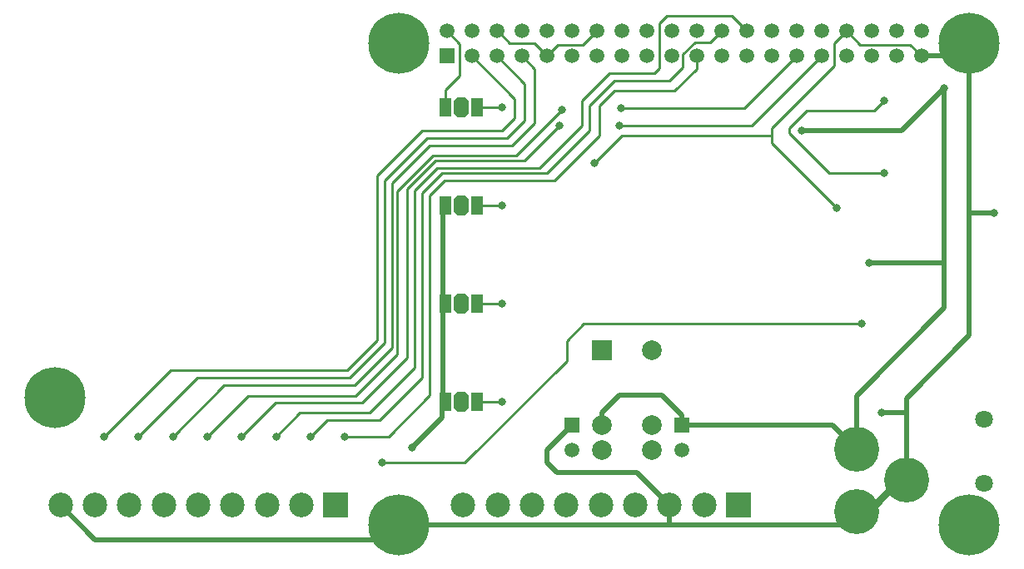
<source format=gbl>
%FSTAX24Y24*%
%MOIN*%
G70*
G01*
G75*
G04 Layer_Physical_Order=2*
G04 Layer_Color=16711680*
%ADD10R,0.0315X0.0374*%
%ADD11R,0.0374X0.0315*%
%ADD12R,0.0472X0.0256*%
G04:AMPARAMS|DCode=13|XSize=21.7mil|YSize=47.2mil|CornerRadius=0mil|HoleSize=0mil|Usage=FLASHONLY|Rotation=270.000|XOffset=0mil|YOffset=0mil|HoleType=Round|Shape=Octagon|*
%AMOCTAGOND13*
4,1,8,0.0236,0.0054,0.0236,-0.0054,0.0182,-0.0108,-0.0182,-0.0108,-0.0236,-0.0054,-0.0236,0.0054,-0.0182,0.0108,0.0182,0.0108,0.0236,0.0054,0.0*
%
%ADD13OCTAGOND13*%

%ADD14R,0.0472X0.0217*%
%ADD15O,0.0236X0.0866*%
%ADD16R,0.0236X0.0866*%
%ADD17R,0.0630X0.0630*%
%ADD18R,0.1299X0.1004*%
%ADD19R,0.0374X0.1004*%
%ADD20R,0.0630X0.0630*%
%ADD21C,0.0100*%
%ADD22C,0.0200*%
%ADD23C,0.0150*%
%ADD24C,0.0039*%
%ADD25R,0.0787X0.0787*%
%ADD26C,0.0787*%
%ADD27C,0.0591*%
%ADD28R,0.0591X0.0591*%
%ADD29C,0.0709*%
%ADD30R,0.0591X0.0591*%
%ADD31C,0.1800*%
%ADD32C,0.0984*%
%ADD33R,0.0984X0.0984*%
G04:AMPARAMS|DCode=34|XSize=78.7mil|YSize=60mil|CornerRadius=0mil|HoleSize=0mil|Usage=FLASHONLY|Rotation=270.000|XOffset=0mil|YOffset=0mil|HoleType=Round|Shape=Octagon|*
%AMOCTAGOND34*
4,1,8,-0.0150,-0.0394,0.0150,-0.0394,0.0300,-0.0244,0.0300,0.0244,0.0150,0.0394,-0.0150,0.0394,-0.0300,0.0244,-0.0300,-0.0244,-0.0150,-0.0394,0.0*
%
%ADD34OCTAGOND34*%

%ADD35C,0.2441*%
%ADD36C,0.0320*%
%ADD37R,0.0472X0.0728*%
%ADD38C,0.0300*%
D21*
X079008Y072699D02*
X080012D01*
X080012Y072699D01*
X079008Y076636D02*
X080012D01*
X079008Y080573D02*
X080012D01*
X079008Y08451D02*
X080012D01*
X079008Y08451D02*
X079008Y08451D01*
X073813Y073978D02*
X075013Y075178D01*
X066724Y073978D02*
X073813D01*
X064067Y071321D02*
X066724Y073978D01*
X077795Y087569D02*
X078313Y087052D01*
Y085778D02*
Y087052D01*
X077748Y085213D02*
X078313Y085778D01*
X077748Y08451D02*
Y085213D01*
X072335Y071321D02*
X072991Y071978D01*
X075113D01*
X073713Y071321D02*
X075456D01*
X08835Y087124D02*
X088795Y087569D01*
X08772Y087124D02*
X08835D01*
X089187Y088178D02*
X089795Y087569D01*
X087241Y086106D02*
Y086644D01*
X08772Y087124D01*
X093654Y067778D02*
X094195Y068319D01*
X075278Y067178D02*
X075878Y067778D01*
X086713Y085578D02*
X087241Y086106D01*
X079795Y087569D02*
X079821D01*
X081795Y086569D02*
X082241Y087015D01*
X083241D02*
X083795Y087569D01*
X082241Y087015D02*
X083241D01*
X093795Y087569D02*
X09435Y087015D01*
X09635D01*
X096795Y086569D01*
X098213D02*
X098713Y087069D01*
X094913Y084378D02*
X095313Y084778D01*
X084713Y083778D02*
X090004D01*
X092795Y086569D01*
X090813Y083078D02*
X093413Y080478D01*
X081287Y087078D02*
X081795Y086569D01*
X079821Y087569D02*
X080313Y087078D01*
X081287D01*
X078795Y086569D02*
X080513Y084852D01*
X080795Y086569D02*
X081313Y086052D01*
X079795Y086569D02*
X080913Y085452D01*
X077713Y081578D02*
X082113D01*
X075456Y071321D02*
X077113Y072978D01*
Y080978D01*
X077713Y081578D01*
X075013Y075178D02*
Y081778D01*
X076813Y083578D01*
X080013D01*
X080513Y084078D02*
Y084852D01*
X080013Y083578D02*
X080513Y084078D01*
X077013Y083278D02*
X080195D01*
X077613Y081878D02*
X081813D01*
X083513Y083578D01*
X077413Y082078D02*
X081513D01*
X083213Y083778D01*
X07733Y082378D02*
X080913D01*
X082313Y083778D01*
X080195Y083278D02*
X080913Y083995D01*
Y085452D01*
X077113Y082978D02*
X080413D01*
X081313Y083878D01*
Y086052D01*
X075113Y071978D02*
X076813Y073678D01*
Y081078D01*
X077613Y081878D01*
X076513Y074078D02*
Y081178D01*
X077413Y082078D01*
X076213Y074478D02*
Y081261D01*
X07733Y082378D01*
X075613Y081478D02*
X077113Y082978D01*
X075313Y081578D02*
X077013Y083278D01*
X075613Y074878D02*
Y081478D01*
X075313Y075078D02*
Y081578D01*
X069579Y071321D02*
X070935Y072678D01*
X074413D01*
X076213Y074478D01*
X070957Y071321D02*
X071913Y072278D01*
X074713D01*
X076513Y074078D01*
X066823Y071321D02*
X06888Y073378D01*
X074113D01*
X075613Y074878D01*
X065445Y071321D02*
X067802Y073678D01*
X073913D01*
X075313Y075078D01*
X083513Y083578D02*
Y084578D01*
X084513Y085578D01*
X086713D01*
X086313Y086078D02*
Y087878D01*
X086613Y088178D01*
X089187D01*
X086113Y085878D02*
X086313Y086078D01*
X083213Y083778D02*
Y084778D01*
X084313Y085878D01*
X086113D01*
X082113Y081578D02*
X083913Y083378D01*
Y084578D01*
X084513Y085178D01*
X086913D01*
X087795Y086061D01*
Y086569D01*
X094195Y068319D02*
X094654D01*
X095904Y069569D02*
X096195D01*
X086713Y067778D02*
X086715Y06778D01*
X075213Y070278D02*
X078513D01*
X08259Y075155D02*
X083282Y075847D01*
X094413D01*
X078513Y070278D02*
X08259Y074354D01*
Y075155D01*
X093313Y087087D02*
X093795Y087569D01*
X093313Y086178D02*
Y087087D01*
X092213Y084378D02*
X094913D01*
X091513Y083678D02*
X092213Y084378D01*
X091513Y083478D02*
Y083678D01*
Y083478D02*
X093113Y081878D01*
X095313D01*
X090813Y083678D02*
X093313Y086178D01*
X090813Y083078D02*
Y083678D01*
X083713Y082278D02*
X084813Y083378D01*
X090813D01*
X075813Y081144D02*
X077247Y082578D01*
X068201Y071321D02*
X06982Y07294D01*
X074143D01*
X075813Y07461D01*
Y081144D01*
X077247Y082578D02*
X080551D01*
X082393Y08442D01*
X084783Y08447D02*
X089696D01*
X091795Y086569D01*
D22*
X087213Y071778D02*
X093236D01*
X094195Y070819D01*
X084013Y071778D02*
Y072278D01*
X084713Y072978D01*
X081813Y070778D02*
X082813Y071778D01*
X085402Y069878D02*
X086715Y068565D01*
X075878Y067778D02*
X086713D01*
X093654D01*
X062325Y068565D02*
X063712Y067178D01*
X075278D01*
X092013Y083578D02*
X096013D01*
X097713Y085278D01*
X096795Y086569D02*
X098213D01*
X097713Y078278D02*
Y085278D01*
X094713Y078278D02*
X097713D01*
X098713Y080278D02*
Y087069D01*
Y080278D02*
X099713D01*
X094195Y070819D02*
Y07296D01*
X097713Y076478D01*
Y078278D01*
X077648Y072599D02*
Y080473D01*
X086715Y06778D02*
Y068565D01*
X082213Y069878D02*
X085402D01*
X081813Y070278D02*
X082213Y069878D01*
X081813Y070278D02*
Y070778D01*
X084713Y072978D02*
X086413D01*
X087213Y072178D01*
Y071778D02*
Y072178D01*
X096195Y07286D02*
X098713Y075378D01*
Y080278D01*
X096195Y069569D02*
Y072278D01*
Y07286D01*
X095213Y072278D02*
X096195D01*
X076413Y070878D02*
X077613Y072078D01*
Y072564D01*
X077648Y072599D01*
D25*
X084013Y074778D02*
D03*
D26*
Y071778D02*
D03*
Y070778D02*
D03*
X086013Y074778D02*
D03*
Y071778D02*
D03*
Y070778D02*
D03*
D27*
X082813D02*
D03*
X087213D02*
D03*
X077795Y087569D02*
D03*
X078795Y086569D02*
D03*
Y087569D02*
D03*
X079795Y086569D02*
D03*
Y087569D02*
D03*
X080795Y086569D02*
D03*
Y087569D02*
D03*
X081795Y086569D02*
D03*
Y087569D02*
D03*
X082795Y086569D02*
D03*
Y087569D02*
D03*
X083795Y086569D02*
D03*
Y087569D02*
D03*
X084795Y086569D02*
D03*
Y087569D02*
D03*
X085795Y086569D02*
D03*
Y087569D02*
D03*
X086795Y086569D02*
D03*
Y087569D02*
D03*
X087795Y086569D02*
D03*
Y087569D02*
D03*
X088795Y086569D02*
D03*
Y087569D02*
D03*
X089795Y086569D02*
D03*
Y087569D02*
D03*
X090795Y086569D02*
D03*
Y087569D02*
D03*
X091795Y086569D02*
D03*
Y087569D02*
D03*
X092795Y086569D02*
D03*
Y087569D02*
D03*
X093795Y086569D02*
D03*
Y087569D02*
D03*
X094795Y086569D02*
D03*
Y087569D02*
D03*
X095795Y086569D02*
D03*
Y087569D02*
D03*
X096795Y086569D02*
D03*
Y087569D02*
D03*
D28*
X082813Y071778D02*
D03*
X087213D02*
D03*
D29*
X099303Y069451D02*
D03*
Y07201D02*
D03*
D30*
X077795Y086569D02*
D03*
D31*
X096195Y069569D02*
D03*
X094195Y068319D02*
D03*
Y070819D02*
D03*
D32*
X078447Y068565D02*
D03*
X083959D02*
D03*
X079825D02*
D03*
X086715D02*
D03*
X081203D02*
D03*
X082581D02*
D03*
X085337D02*
D03*
X088093D02*
D03*
X062325Y068565D02*
D03*
X067837D02*
D03*
X063703D02*
D03*
X070593D02*
D03*
X065081D02*
D03*
X066459D02*
D03*
X069215D02*
D03*
X07197D02*
D03*
D33*
X08947Y068565D02*
D03*
X073348Y068565D02*
D03*
D34*
X078378Y08451D02*
D03*
Y080573D02*
D03*
X078378Y076636D02*
D03*
X078378Y072699D02*
D03*
D35*
X098713Y087069D02*
D03*
X075878Y067778D02*
D03*
X098713D02*
D03*
X075878Y087069D02*
D03*
X062098Y072896D02*
D03*
D36*
X069579Y071321D02*
D03*
X070957D02*
D03*
X072335D02*
D03*
X073713D02*
D03*
X080012Y072699D02*
D03*
Y076636D02*
D03*
Y080573D02*
D03*
Y08451D02*
D03*
X066823Y071321D02*
D03*
X065445D02*
D03*
X064067D02*
D03*
X093413Y080478D02*
D03*
X097713Y085278D02*
D03*
X092013Y083578D02*
D03*
X082313Y083778D02*
D03*
X076413Y070878D02*
D03*
X094413Y075847D02*
D03*
X075213Y070278D02*
D03*
X084713Y083778D02*
D03*
X095313Y081878D02*
D03*
Y084778D02*
D03*
X094713Y078278D02*
D03*
X099713Y080278D02*
D03*
X083713Y082278D02*
D03*
X095213Y072278D02*
D03*
X068201Y071321D02*
D03*
X084783Y08447D02*
D03*
X082393Y08442D02*
D03*
D37*
X079008Y08451D02*
D03*
X077748D02*
D03*
X079008Y080573D02*
D03*
X077748D02*
D03*
X079008Y076636D02*
D03*
X077748D02*
D03*
X079008Y072699D02*
D03*
X077748D02*
D03*
D38*
X094654Y068319D02*
X095904Y069569D01*
M02*

</source>
